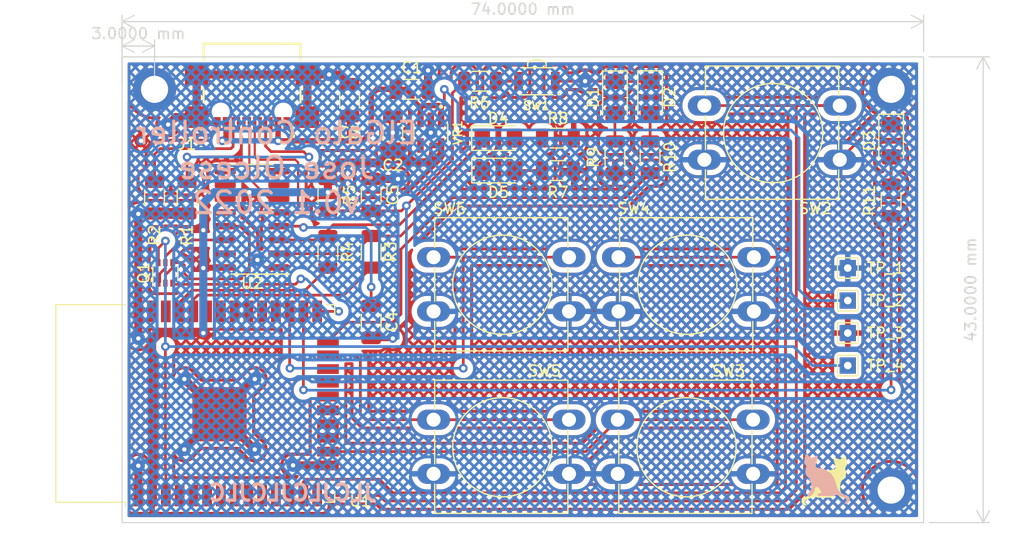
<source format=kicad_pcb>
(kicad_pcb (version 20211014) (generator pcbnew)
  (layers (0 "F.Cu" signal) (31 "B.Cu" signal) (34 "B.Paste" user) (35 "F.Paste" user) (36 "B.SilkS" user "B.Silkscreen") (37 "F.SilkS" user "F.Silkscreen") (38 "B.Mask" user) (39 "F.Mask" user) (44 "Edge.Cuts" user))
  (net 0 "")
  (net 1 "GND")
  (net 2 "+3.3V")
  (net 26 "/USB_DN")
  (net 27 "/USB_DP")
  (net 28 "+5V")
  (net 29 "Net-(U2-Pad4)")
  (net 36 "Net-(R1-Pad2)")
  (net 38 "Net-(R2-Pad1)")
  (net 43 "/EN")
  (net 44 "/IO0")
  (net 45 "Net-(U2-Pad2)")
  (net 46 "/RXD0")
  (net 47 "/TXD0")
  (net 48 "Net-(R6-Pad1)")
  (net 49 "Net-(U1-Pad14)")
  (net 50 "Net-(U1-Pad16)")
  (net 51 "Net-(U1-Pad13)")
  (net 52 "Net-(U1-Pad23)")
  (net 53 "Net-(U1-Pad27)")
  (net 54 "Net-(D1-Pad2)")
  (net 55 "Net-(R4-Pad1)")
  (net 56 "Net-(D2-Pad2)")
  (net 57 "Net-(Q1-Pad1)")
  (net 58 "Net-(Q1-Pad2)")
  (net 59 "Net-(D3-Pad2)")
  (net 60 "Net-(D4-Pad2)")
  (net 61 "Net-(U1-Pad24)")
  (net 62 "Net-(D5-Pad2)")
  (net 63 "Net-(U1-Pad26)")
  (footprint "TestPoint:TestPoint_THTPad_1.5x1.5mm_Drill0.7mm" (layer "F.Cu") (at 147 115.5)
    (fp_text reference "TP_3")
    (fp_text value "3.3")
  )
  (footprint "2022-08-28_16-25-05:SOT95P285X140-5N" (layer "F.Cu") (at 108.5 97 -90)
    (fp_text reference "VR1")
    (fp_text value "AP7366-33W5-7")
  )
  (footprint "Capacitor_SMD:C_1206_3216Metric" (layer "F.Cu") (at 105 97 90)
    (fp_text reference "C2")
    (fp_text value "1uF/25V")
  )
  (footprint "Resistor_SMD:R_1206_3216Metric" (layer "F.Cu") (at 151 103.25 -90)
    (fp_text reference "R11")
    (fp_text value "1K")
  )
  (footprint "LED_SMD:LED_1206_3216Metric_Pad1.42x1.75mm_HandSolder" (layer "F.Cu") (at 151 97.75 -90)
    (fp_text reference "D3")
    (fp_text value "LED")
  )
  (footprint "2022-08-28_16-25-05:SW_B3U-3000P" (layer "F.Cu") (at 118.3 92.25 180)
    (fp_text reference "SW1")
    (fp_text value "SW_SPST")
  )
  (footprint "Button_Switch_THT:SW_PUSH-12mm" (layer "F.Cu") (at 125.83 108.5)
    (fp_text reference "SW4")
    (fp_text value "SW_SPST")
  )
  (footprint "Resistor_SMD:R_1206_3216Metric" (layer "F.Cu") (at 86 103 90)
    (fp_text reference "R1")
    (fp_text value "5.1K")
  )
  (footprint "Resistor_SMD:R_1206_3216Metric" (layer "F.Cu") (at 99 102.75 90)
    (fp_text reference "R5")
    (fp_text value "10K")
  )
  (footprint "2022-08-28_16-25-05:GCT_USB4110-GF-A_REVB" (layer "F.Cu") (at 92 95.0625 180)
    (fp_text reference "J1")
    (fp_text value "USB4110-GF-A_REVB")
  )
  (footprint "Capacitor_SMD:C_1206_3216Metric" (layer "F.Cu") (at 106.75 93)
    (fp_text reference "C1")
    (fp_text value "1uF/25V")
  )
  (footprint "Button_Switch_THT:SW_PUSH-12mm" (layer "F.Cu") (at 108.76 123.5)
    (fp_text reference "SW5")
    (fp_text value "SW_SPST")
  )
  (footprint "Package_SO:SOIC-16_3.9x9.9mm_P1.27mm" (layer "F.Cu") (at 92 105 180)
    (fp_text reference "U2")
    (fp_text value "CH340C")
  )
  (footprint "Resistor_SMD:R_1206_3216Metric" (layer "F.Cu") (at 113.05 92.25 180)
    (fp_text reference "R6")
    (fp_text value "220R")
  )
  (footprint "Button_Switch_THT:SW_PUSH-12mm" (layer "F.Cu") (at 125.76 123.5)
    (fp_text reference "SW3")
    (fp_text value "SW_SPST")
  )
  (footprint "Button_Switch_THT:SW_PUSH-12mm" (layer "F.Cu") (at 108.76 108.5)
    (fp_text reference "SW6")
    (fp_text value "SW_SPST")
  )
  (footprint "TestPoint:TestPoint_THTPad_1.5x1.5mm_Drill0.7mm" (layer "F.Cu") (at 147 118.5)
    (fp_text reference "TP_4")
    (fp_text value "EN")
  )
  (footprint "Package_TO_SOT_SMD:SOT-363_SC-70-6" (layer "F.Cu") (at 84 109.95 90)
    (fp_text reference "Q1")
    (fp_text value "UMH3N")
  )
  (footprint "Resistor_SMD:R_1206_3216Metric" (layer "F.Cu") (at 128.75 99.275 -90)
    (fp_text reference "R10")
    (fp_text value "1K")
  )
  (footprint "Capacitor_SMD:C_1206_3216Metric" (layer "F.Cu") (at 103 102.75 90)
    (fp_text reference "C5")
    (fp_text value "1nF/25V")
  )
  (footprint "RF_Module:ESP32-WROOM-32" (layer "F.Cu") (at 89.755 122 90)
    (fp_text reference "U1")
    (fp_text value "ESP32-WROOM-32")
  )
  (footprint "LED_SMD:LED_1206_3216Metric_Pad1.42x1.75mm_HandSolder" (layer "F.Cu") (at 125.5 93.7625 -90)
    (fp_text reference "D1")
    (fp_text value "LED")
  )
  (footprint "Resistor_SMD:R_1206_3216Metric" (layer "F.Cu") (at 125.5 99.275 -90)
    (fp_text reference "R9")
    (fp_text value "1K")
  )
  (footprint "LED_SMD:LED_1206_3216Metric_Pad1.42x1.75mm_HandSolder" (layer "F.Cu") (at 114.75 100.5)
    (fp_text reference "D5")
    (fp_text value "LED")
  )
  (footprint "Capacitor_SMD:C_1206_3216Metric" (layer "F.Cu") (at 101 94 90)
    (fp_text reference "C3")
    (fp_text value "0.1uF/25V")
  )
  (footprint "Resistor_SMD:R_1206_3216Metric" (layer "F.Cu") (at 83 103 -90)
    (fp_text reference "R2")
    (fp_text value "5.1K")
  )
  (footprint "LED_SMD:LED_1206_3216Metric_Pad1.42x1.75mm_HandSolder" (layer "F.Cu") (at 128.75 93.75 -90)
    (fp_text reference "D2")
    (fp_text value "LED")
  )
  (footprint "TestPoint:TestPoint_THTPad_1.5x1.5mm_Drill0.7mm" (layer "F.Cu") (at 147 112.5)
    (fp_text reference "TP_2")
    (fp_text value "EN")
  )
  (footprint "TestPoint:TestPoint_THTPad_1.5x1.5mm_Drill0.7mm" (layer "F.Cu") (at 147 109.5)
    (fp_text reference "TP_1")
    (fp_text value "GND")
  )
  (footprint "Resistor_SMD:R_1206_3216Metric" (layer "F.Cu") (at 120.2375 100.5)
    (fp_text reference "R7")
    (fp_text value "1K")
  )
  (footprint "Resistor_SMD:R_1206_3216Metric" (layer "F.Cu") (at 99 108 -90)
    (fp_text reference "R4")
    (fp_text value "470R/1%")
  )
  (footprint "Button_Switch_THT:SW_PUSH-12mm" (layer "F.Cu") (at 133.76 94.5)
    (fp_text reference "SW2")
    (fp_text value "SW_SPST")
  )
  (footprint "Resistor_SMD:R_1206_3216Metric" (layer "F.Cu") (at 103 108 -90)
    (fp_text reference "R3")
    (fp_text value "470R/1%")
  )
  (footprint "Capacitor_SMD:C_1206_3216Metric" (layer "F.Cu") (at 103 114.475 -90)
    (fp_text reference "C4")
    (fp_text value "10nF")
  )
  (footprint "Resistor_SMD:R_1206_3216Metric" (layer "F.Cu") (at 120.2375 97.5)
    (fp_text reference "R8")
    (fp_text value "1K")
  )
  (footprint "LED_SMD:LED_1206_3216Metric_Pad1.42x1.75mm_HandSolder" (layer "F.Cu") (at 114.7375 97.5)
    (fp_text reference "D4")
    (fp_text value "LED")
  )
  (gr_poly (pts (xy 143.173927 126.706755) (xy 143.163699 126.708173) (xy 143.154124 126.71031) (xy 143.145176 126.713139) (xy 143.136833 126.716634) (xy 143.129069 126.720769) (xy 143.121861 126.725517) (xy 143.115185 126.730852) (xy 143.109015 126.736746) (xy 143.103329 126.743175) (xy 143.098101 126.750111) (xy 143.093309 126.757528) (xy 143.088926 126.7654) (xy 143.081297 126.782402) (xy 143.075019 126.800905) (xy 143.069899 126.820698) (xy 143.065745 126.84157) (xy 143.062363 126.863309) (xy 143.057139 126.908544) (xy 143.05268 126.954712) (xy 143.045931 127.017076) (xy 143.038621 127.074989) (xy 143.030746 127.129466) (xy 143.022298 127.181523) (xy 143.013272 127.232176) (xy 143.00366 127.282439) (xy 142.982659 127.385863) (xy 142.979398 127.404661) (xy 142.97759 127.422248) (xy 142.977146 127.438714) (xy 142.977979 127.454148) (xy 142.979999 127.468638) (xy 142.983118 127.482274) (xy 142.987247 127.495144) (xy 142.992299 127.507339) (xy 142.998184 127.518946) (xy 143.004814 127.530054) (xy 143.012101 127.540754) (xy 143.019956 127.551134) (xy 143.037015 127.571289) (xy 143.055285 127.591233) (xy 143.074057 127.611677) (xy 143.092623 127.633334) (xy 143.101608 127.64484) (xy 143.110276 127.656916) (xy 143.118538 127.669652) (xy 143.126306 127.683136) (xy 143.133492 127.697458) (xy 143.140007 127.712706) (xy 143.145762 127.72897) (xy 143.150669 127.746338) (xy 143.15464 127.7649) (xy 143.157586 127.784745) (xy 143.159419 127.805962) (xy 143.160049 127.828639) (xy 143.159228 127.862403) (xy 143.156908 127.893131) (xy 143.153304 127.921382) (xy 143.148628 127.947718) (xy 143.143096 127.972697) (xy 143.136922 127.99688) (xy 143.123503 128.045097) (xy 143.110083 128.09685) (xy 143.103909 128.125452) (xy 143.098377 128.156617) (xy 143.093702 128.190907) (xy 143.090097 128.22888) (xy 143.087777 128.271097) (xy 143.086956 128.318118) (xy 143.088532 128.365809) (xy 143.093126 128.409934) (xy 143.100536 128.450812) (xy 143.110561 128.488761) (xy 143.123 128.524099) (xy 143.137652 128.557144) (xy 143.154316 128.588215) (xy 143.172791 128.61763) (xy 143.214367 128.672765) (xy 143.260772 128.725095) (xy 143.361628 128.831524) (xy 143.41286 128.890715) (xy 143.462484 128.957286) (xy 143.486189 128.994134) (xy 143.508888 129.033783) (xy 143.53038 129.076549) (xy 143.550464 129.122751) (xy 143.568939 129.172708) (xy 143.585603 129.226737) (xy 143.600255 129.285157) (xy 143.612695 129.348287) (xy 143.62272 129.416444) (xy 143.63013 129.489947) (xy 143.634723 129.569114) (xy 143.636299 129.654264) (xy 143.634924 129.716533) (xy 143.630938 129.774472) (xy 143.624549 129.828289) (xy 143.615966 129.878195) (xy 143.605398 129.924401) (xy 143.593053 129.967115) (xy 143.57914 130.006548) (xy 143.563868 130.042911) (xy 143.547445 130.076413) (xy 143.53008 130.107265) (xy 143.511982 130.135676) (xy 143.493359 130.161856) (xy 143.47442 130.186017) (xy 143.455374 130.208367) (xy 143.417793 130.248477) (xy 143.350524 130.316218) (xy 143.336567 130.331779) (xy 143.324173 130.34721) (xy 143.313549 130.362722) (xy 143.304904 130.378525) (xy 143.298447 130.394828) (xy 143.294386 130.411842) (xy 143.29293 130.429777) (xy 143.294288 130.448843) (xy 143.298668 130.46925) (xy 143.306279 130.491208) (xy 143.31733 130.514928) (xy 143.332029 130.540618) (xy 143.344223 130.556656) (xy 143.358434 130.568975) (xy 143.374504 130.577731) (xy 143.392275 130.583076) (xy 143.411589 130.585165) (xy 143.432289 130.58415) (xy 143.454217 130.580186) (xy 143.477216 130.573425) (xy 143.501128 130.564023) (xy 143.525795 130.552131) (xy 143.55106 130.537905) (xy 143.576765 130.521497) (xy 143.628866 130.48275) (xy 143.680835 130.437121) (xy 143.731413 130.385838) (xy 143.779338 130.330129) (xy 143.82335 130.271224) (xy 143.862187 130.210352) (xy 143.879271 130.179562) (xy 143.894588 130.148741) (xy 143.907981 130.118042) (xy 143.919293 130.08762) (xy 143.928365 130.057627) (xy 143.935041 130.028218) (xy 143.939162 129.999546) (xy 143.94057 129.971764) (xy 143.940958 129.948455) (xy 143.942103 129.926568) (xy 143.943976 129.906057) (xy 143.946549 129.886878) (xy 143.949793 129.868986) (xy 143.95368 129.852337) (xy 143.958182 129.836885) (xy 143.963269 129.822587) (xy 143.968914 129.809397) (xy 143.975087 129.797271) (xy 143.98176 129.786164) (xy 143.988905 129.776031) (xy 143.996494 129.766828) (xy 144.004497 129.75851) (xy 144.012886 129.751033) (xy 144.021633 129.744352) (xy 144.03071 129.738421) (xy 144.040086 129.733197) (xy 144.049735 129.728634) (xy 144.059628 129.724689) (xy 144.069736 129.721316) (xy 144.08003 129.718471) (xy 144.101064 129.714184) (xy 144.122503 129.711473) (xy 144.144118 129.709978) (xy 144.165681 129.709344) (xy 144.186963 129.709211) (xy 144.199159 129.710387) (xy 144.211898 129.713835) (xy 144.225133 129.719438) (xy 144.238812 129.727075) (xy 144.252886 129.73663) (xy 144.267303 129.747982) (xy 144.296971 129.775608) (xy 144.327414 129.809005) (xy 144.358231 129.847223) (xy 144.389021 129.889315) (xy 144.419382 129.934332) (xy 144.448914 129.981326) (xy 144.477216 130.029348) (xy 144.503886 130.077449) (xy 144.528523 130.124682) (xy 144.550727 130.170097) (xy 144.570095 130.212747) (xy 144.586226 130.251683) (xy 144.598721 130.285957) (xy 144.536601 130.286482) (xy 144.481902 130.288183) (xy 144.434155 130.291248) (xy 144.41274 130.29335) (xy 144.392887 130.295864) (xy 144.374536 130.298812) (xy 144.357628 130.302219) (xy 144.342104 130.306107) (xy 144.327906 130.310501) (xy 144.314974 130.315423) (xy 144.30325 130.320898) (xy 144.292675 130.326948) (xy 144.28319 130.333597) (xy 144.274736 130.340869) (xy 144.267254 130.348787) (xy 144.260686 130.357374) (xy 144.254972 130.366654) (xy 144.250053 130.376651) (xy 144.245871 130.387388) (xy 144.242367 130.398888) (xy 144.239482 130.411176) (xy 144.237156 130.424273) (xy 144.235332 130.438204) (xy 144.232951 130.468663) (xy 144.231868 130.502738) (xy 144.231612 130.540618) (xy 145.726507 130.540618) (xy 145.759648 130.511585) (xy 145.790723 130.4876) (xy 145.820727 130.468624) (xy 145.85065 130.454617) (xy 145.881486 130.44554) (xy 145.914226 130.441353) (xy 145.949861 130.442016) (xy 145.989386 130.44749) (xy 146.033791 130.457734) (xy 146.084069 130.472708) (xy 146.141211 130.492374) (xy 146.206211 130.516692) (xy 146.564622 130.659681) (xy 146.62668 130.685747) (xy 146.68131 130.711541) (xy 146.728881 130.737042) (xy 146.769767 130.762228) (xy 146.804336 130.78708) (xy 146.832961 130.811575) (xy 146.856011 130.835694) (xy 146.873858 130.859415) (xy 146.886873 130.882718) (xy 146.895426 130.90558) (xy 146.899889 130.927982) (xy 146.900632 130.949903) (xy 146.898025 130.971321) (xy 146.892441 130.992216) (xy 146.88425 131.012567) (xy 146.873822 131.032353) (xy 146.861529 131.051552) (xy 146.847742 131.070145) (xy 146.817166 131.105425) (xy 146.754397 131.167782) (xy 146.728138 131.194524) (xy 146.709252 131.218084) (xy 146.703501 131.22862) (xy 146.700706 131.238297) (xy 146.701237 131.247095) (xy 146.705466 131.254993) (xy 146.712671 131.261689) (xy 146.721793 131.266915) (xy 146.732689 131.270707) (xy 146.745219 131.273098) (xy 146.759243 131.274124) (xy 146.77462 131.273818) (xy 146.791209 131.272215) (xy 146.80887 131.269349) (xy 146.827463 131.265255) (xy 146.846845 131.259966) (xy 146.866878 131.253517) (xy 146.88742 131.245944) (xy 146.908331 131.237279) (xy 146.92947 131.227557) (xy 146.950696 131.216813) (xy 146.971869 131.205081) (xy 146.992848 131.192395) (xy 147.013493 131.17879) (xy 147.033663 131.1643) (xy 147.053217 131.14896) (xy 147.072015 131.132803) (xy 147.089916 131.115865) (xy 147.106779 131.098179) (xy 147.122465 131.079779) (xy 147.136832 131.060701) (xy 147.149739 131.040979) (xy 147.161046 131.020646) (xy 147.170613 130.999738) (xy 147.178299 130.978288) (xy 147.183963 130.956332) (xy 147.187464 130.933902) (xy 147.188663 130.911035) (xy 147.187061 130.861845) (xy 147.182326 130.817145) (xy 147.17456 130.776614) (xy 147.163868 130.739931) (xy 147.150352 130.706776) (xy 147.134117 130.676826) (xy 147.115266 130.649761) (xy 147.093903 130.62526) (xy 147.070132 130.603003) (xy 147.044055 130.582667) (xy 147.015777 130.563932) (xy 146.985401 130.546476) (xy 146.918771 130.514121) (xy 146.844993 130.483034) (xy 146.67931 130.414387) (xy 146.589062 130.371691) (xy 146.494983 130.31999) (xy 146.446765 130.28996) (xy 146.3979 130.256715) (xy 146.348492 130.219934) (xy 146.298644 130.179297) (xy 146.248459 130.134483) (xy 146.198042 130.08517) (xy 146.147496 130.031037) (xy 146.096924 129.971764) (xy 146.068714 129.929825) (xy 146.043743 129.878363) (xy 146.021132 129.81816) (xy 146 129.75) (xy 145.912653 129.41341) (xy 145.885709 129.317186) (xy 145.854962 129.217695) (xy 145.819531 129.115719) (xy 145.778535 129.012039) (xy 145.731095 128.907439) (xy 145.676329 128.8027) (xy 145.613357 128.698603) (xy 145.541299 128.595931) (xy 145.502399 128.5465) (xy 145.462641 128.499848) (xy 145.422098 128.455885) (xy 145.380844 128.41452) (xy 145.338949 128.375666) (xy 145.296488 128.339231) (xy 145.253533 128.305127) (xy 145.210156 128.273263) (xy 145.166431 128.24355) (xy 145.122429 128.215899) (xy 145.033888 128.166422) (xy 144.945114 128.124115) (xy 144.85669 128.088261) (xy 144.769195 128.058144) (xy 144.683212 128.033045) (xy 144.599322 128.012249) (xy 144.518106 127.995037) (xy 144.366022 127.968501) (xy 144.231612 127.947701) (xy 144.202088 127.941877) (xy 144.175453 127.934374) (xy 144.151595 127.92526) (xy 144.130403 127.914605) (xy 144.111765 127.902479) (xy 144.095568 127.888951) (xy 144.081702 127.874091) (xy 144.070054 127.857968) (xy 144.060514 127.840653) (xy 144.052968 127.822214) (xy 144.047305 127.80272) (xy 144.043413 127.782243) (xy 144.041182 127.76085) (xy 144.040498 127.738612) (xy 144.04125 127.715597) (xy 144.043327 127.691877) (xy 144.051006 127.642595) (xy 144.062642 127.591321) (xy 144.07734 127.538613) (xy 144.094205 127.485026) (xy 144.165466 127.273014) (xy 144.175074 127.240014) (xy 144.183965 127.205783) (xy 144.192002 127.170732) (xy 144.19905 127.135275) (xy 144.204974 127.099823) (xy 144.209639 127.064789) (xy 144.212908 127.030585) (xy 144.214647 126.997625) (xy 144.21472 126.96632) (xy 144.212991 126.937082) (xy 144.211408 126.923368) (xy 144.209325 126.910326) (xy 144.206723 126.898006) (xy 144.203586 126.886462) (xy 144.199897 126.875743) (xy 144.19564 126.865903) (xy 144.190796 126.856992) (xy 144.18535 126.849062) (xy 144.179284 126.842165) (xy 144.172581 126.836351) (xy 144.165225 126.831674) (xy 144.157198 126.828183) (xy 144.148444 126.825991) (xy 144.139069 126.825162) (xy 144.129087 126.825608) (xy 144.11851 126.827241) (xy 144.095631 126.833712) (xy 144.070538 126.843867) (xy 144.043341 126.856998) (xy 144.014148 126.872395) (xy 143.950209 126.907158) (xy 143.915679 126.925106) (xy 143.879586 126.942487) (xy 143.84204 126.958593) (xy 143.803149 126.972715) (xy 143.763021 126.984146) (xy 143.742527 126.98863) (xy 143.721764 126.992176) (xy 143.700747 126.994695) (xy 143.679488 126.996097) (xy 143.658001 126.996296) (xy 143.636299 126.995201) (xy 143.614959 126.992725) (xy 143.594601 126.988905) (xy 143.575177 126.983834) (xy 143.556637 126.977604) (xy 143.538933 126.970306) (xy 143.522014 126.962033) (xy 143.505832 126.952876) (xy 143.490337 126.942929) (xy 143.475479 126.932283) (xy 143.461211 126.921029) (xy 143.447481 126.909261) (xy 143.434242 126.897069) (xy 143.409036 126.871786) (xy 143.385198 126.845915) (xy 143.340051 126.795359) (xy 143.317952 126.772145) (xy 143.306849 126.761377) (xy 143.295645 126.75129) (xy 143.284289 126.741977) (xy 143.272734 126.73353) (xy 143.260929 126.72604) (xy 143.248825 126.7196) (xy 143.236373 126.714303) (xy 143.223524 126.710239) (xy 143.210228 126.707501) (xy 143.196436 126.706182) (xy 143.184831 126.706083)) (layer "B.SilkS") (width 0.01) (fill solid))
  (gr_poly (pts (xy 146.744469 126.865236) (xy 146.754697 126.866654) (xy 146.764272 126.868791) (xy 146.77322 126.87162) (xy 146.781563 126.875115) (xy 146.789327 126.87925) (xy 146.796535 126.883998) (xy 146.803211 126.889333) (xy 146.809381 126.895227) (xy 146.815067 126.901656) (xy 146.820295 126.908592) (xy 146.825087 126.916009) (xy 146.82947 126.923881) (xy 146.837099 126.940883) (xy 146.843377 126.959386) (xy 146.848497 126.979179) (xy 146.852651 127.000051) (xy 146.856033 127.02179) (xy 146.861257 127.067025) (xy 146.865716 127.113193) (xy 146.872465 127.175557) (xy 146.879775 127.23347) (xy 146.88765 127.287947) (xy 146.896098 127.340004) (xy 146.905124 127.390657) (xy 146.914736 127.44092) (xy 146.935737 127.544344) (xy 146.938998 127.563142) (xy 146.940806 127.580729) (xy 146.94125 127.597195) (xy 146.940417 127.612629) (xy 146.938397 127.627119) (xy 146.935278 127.640755) (xy 146.931149 127.653625) (xy 146.926097 127.66582) (xy 146.920212 127.677427) (xy 146.913582 127.688535) (xy 146.906295 127.699235) (xy 146.89844 127.709615) (xy 146.881381 127.72977) (xy 146.863111 127.749714) (xy 146.844339 127.770158) (xy 146.825773 127.791815) (xy 146.816788 127.803321) (xy 146.80812 127.815397) (xy 146.799858 127.828133) (xy 146.79209 127.841617) (xy 146.784904 127.855939) (xy 146.778389 127.871187) (xy 146.772634 127.887451) (xy 146.767727 127.904819) (xy 146.763756 127.923381) (xy 146.76081 127.943226) (xy 146.758977 127.964443) (xy 146.758347 127.98712) (xy 146.759168 128.020884) (xy 146.761488 128.051612) (xy 146.765092 128.079863) (xy 146.769768 128.106199) (xy 146.7753 128.131178) (xy 146.781474 128.155361) (xy 146.794893 128.203578) (xy 146.808313 128.255331) (xy 146.814487 128.283933) (xy 146.820019 128.315098) (xy 146.824694 128.349388) (xy 146.828299 128.387361) (xy 146.830619 128.429578) (xy 146.83144 128.476599) (xy 146.829864 128.52429) (xy 146.82527 128.568415) (xy 146.81786 128.609293) (xy 146.807835 128.647242) (xy 146.795396 128.68258) (xy 146.780744 128.715625) (xy 146.76408 128.746696) (xy 146.745605 128.776111) (xy 146.704029 128.831246) (xy 146.657624 128.883576) (xy 146.556768 128.990005) (xy 146.505536 129.049196) (xy 146.455912 129.115767) (xy 146.432207 129.152615) (xy 146.409508 129.192264) (xy 146.388016 129.23503) (xy 146.367932 129.281232) (xy 146.349457 129.331189) (xy 146.332793 129.385218) (xy 146.318141 129.443638) (xy 146.305701 129.506768) (xy 146.295676 129.574925) (xy 146.288266 129.648428) (xy 146.283673 129.727595) (xy 146.282097 129.812745) (xy 146.283472 129.875014) (xy 146.287458 129.932953) (xy 146.293847 129.98677) (xy 146.30243 130.036676) (xy 146.312998 130.082882) (xy 146.325343 130.125596) (xy 146.339256 130.165029) (xy 146.354528 130.201392) (xy 146.370951 130.234894) (xy 146.388316 130.265746) (xy 146.406414 130.294157) (xy 146.425037 130.320337) (xy 146.443976 130.344498) (xy 146.463022 130.366848) (xy 146.500603 130.406958) (xy 146.567872 130.474699) (xy 146.581829 130.49026) (xy 146.594223 130.505691) (xy 146.604847 130.521203) (xy 146.613492 130.537006) (xy 146.619949 130.553309) (xy 146.62401 130.570323) (xy 146.625466 130.588258) (xy 146.624108 130.607324) (xy 146.619728 130.627731) (xy 146.612117 130.649689) (xy 146.601066 130.673409) (xy 146.586367 130.699099) (xy 146.574173 130.715137) (xy 146.559962 130.727456) (xy 146.543892 130.736212) (xy 146.526121 130.741557) (xy 146.506807 130.743646) (xy 146.486107 130.742631) (xy 146.464179 130.738667) (xy 146.44118 130.731906) (xy 146.417268 130.722504) (xy 146.392601 130.710612) (xy 146.367336 130.696386) (xy 146.341631 130.679978) (xy 146.28953 130.641231) (xy 146.237561 130.595602) (xy 146.186983 130.544319) (xy 146.139058 130.48861) (xy 146.095046 130.429705) (xy 146.056209 130.368833) (xy 146.039125 130.338043) (xy 146.023808 130.307222) (xy 146.010415 130.276523) (xy 145.999103 130.246101) (xy 145.990031 130.216108) (xy 145.983355 130.186699) (xy 145.979234 130.158027) (xy 145.977826 130.130245) (xy 145.977438 130.106936) (xy 145.976293 130.085049) (xy 145.97442 130.064538) (xy 145.971847 130.045359) (xy 145.968603 130.027467) (xy 145.964716 130.010818) (xy 145.960214 129.995366) (xy 145.955127 129.981068) (xy 145.949482 129.967878) (xy 145.943309 129.955752) (xy 145.936636 129.944645) (xy 145.929491 129.934512) (xy 145.921902 129.925309) (xy 145.913899 129.916991) (xy 145.90551 129.909514) (xy 145.896763 129.902833) (xy 145.887686 129.896902) (xy 145.87831 129.891678) (xy 145.868661 129.887115) (xy 145.858768 129.88317) (xy 145.84866 129.879797) (xy 145.838366 129.876952) (xy 145.817332 129.872665) (xy 145.795893 129.869954) (xy 145.774278 129.868459) (xy 145.752715 129.867825) (xy 145.731433 129.867692) (xy 145.719237 129.868868) (xy 145.706498 129.872316) (xy 145.693263 129.877919) (xy 145.679584 129.885556) (xy 145.66551 129.895111) (xy 145.651093 129.906463) (xy 145.621425 129.934089) (xy 145.590982 129.967486) (xy 145.560165 130.005704) (xy 145.529375 130.047796) (xy 145.499014 130.092813) (xy 145.469482 130.139807) (xy 145.44118 130.187829) (xy 145.41451 130.23593) (xy 145.389873 130.283163) (xy 145.367669 130.328578) (xy 145.348301 130.371228) (xy 145.33217 130.410164) (xy 145.319675 130.444438) (xy 145.381795 130.444963) (xy 145.436494 130.446664) (xy 145.484241 130.449729) (xy 145.505656 130.451831) (xy 145.525509 130.454345) (xy 145.54386 130.457293) (xy 145.560768 130.4607) (xy 145.576292 130.464588) (xy 145.59049 130.468982) (xy 145.603422 130.473904) (xy 145.615146 130.479379) (xy 145.625721 130.485429) (xy 145.635206 130.492078) (xy 145.64366 130.49935) (xy 145.651142 130.507268) (xy 145.65771 130.515855) (xy 145.663424 130.525135) (xy 145.668343 130.535132) (xy 145.672525 130.545869) (xy 145.676029 130.557369) (xy 145.678914 130.569657) (xy 145.68124 130.582754) (xy 145.683064 130.596685) (xy 145.685445 130.627144) (xy 145.686528 130.661219) (xy 145.686784 130.699099) (xy 144.191889 130.699099) (xy 144.158748 130.670066) (xy 144.127673 130.646081) (xy 144.097669 130.627105) (xy 144.067746 130.613098) (xy 144.03691 130.604021) (xy 144.00417 130.599834) (xy 143.968535 130.600497) (xy 143.92901 130.605971) (xy 143.884605 130.616215) (xy 143.834327 130.631189) (xy 143.777185 130.650855) (xy 143.712185 130.675173) (xy 143.353774 130.818162) (xy 143.291716 130.844228) (xy 143.237086 130.870022) (xy 143.189515 130.895523) (xy 143.148629 130.920709) (xy 143.11406 130.945561) (xy 143.085435 130.970056) (xy 143.062385 130.994175) (xy 143.044538 131.017896) (xy 143.031523 131.041199) (xy 143.02297 131.064061) (xy 143.018507 131.086463) (xy 143.017764 131.108384) (xy 143.020371 131.129802) (xy 143.025955 131.150697) (xy 143.034146 131.171048) (xy 143.044574 131.190834) (xy 143.056867 131.210033) (xy 143.070654 131.228626) (xy 143.10123 131.263906) (xy 143.163999 131.326263) (xy 143.190258 131.353005) (xy 143.209144 131.376565) (xy 143.214895 131.387101) (xy 143.21769 131.396778) (xy 143.217159 131.405576) (xy 143.21293 131.413474) (xy 143.205725 131.42017) (xy 143.196603 131.425396) (xy 143.185707 131.429188) (xy 143.173177 131.431579) (xy 143.159153 131.432605) (xy 143.143776 131.432299) (xy 143.127187 131.430696) (xy 143.109526 131.42783) (xy 143.090933 131.423736) (xy 143.071551 131.418447) (xy 143.051518 131.411998) (xy 143.030976 131.404425) (xy 143.010065 131.39576) (xy 142.988926 131.386038) (xy 142.9677 131.375294) (xy 142.946527 131.363562) (xy 142.925548 131.350876) (xy 142.904903 131.337271) (xy 142.884733 131.322781) (xy 142.865179 131.307441) (xy 142.846381 131.291284) (xy 142.82848 131.274346) (xy 142.811617 131.25666) (xy 142.795931 131.23826) (xy 142.781564 131.219182) (xy 142.768657 131.19946) (xy 142.75735 131.179127) (xy 142.747783 131.158219) (xy 142.740097 131.136769) (xy 142.734433 131.114813) (xy 142.730932 131.092383) (xy 142.729733 131.069516) (xy 142.731335 131.020326) (xy 142.73607 130.975626) (xy 142.743836 130.935095) (xy 142.754528 130.898412) (xy 142.768044 130.865257) (xy 142.784279 130.835307) (xy 142.80313 130.808242) (xy 142.824493 130.783741) (xy 142.848264 130.761484) (xy 142.874341 130.741148) (xy 142.902619 130.722413) (xy 142.932995 130.704957) (xy 142.999625 130.672602) (xy 143.073403 130.641515) (xy 143.239086 130.572868) (xy 143.329334 130.530172) (xy 143.423413 130.478471) (xy 143.471631 130.448441) (xy 143.520496 130.415196) (xy 143.569904 130.378415) (xy 143.619752 130.337778) (xy 143.669937 130.292964) (xy 143.720354 130.243651) (xy 143.7709 130.189518) (xy 143.821472 130.130245) (xy 143.849682 130.088306) (xy 143.874653 130.036844) (xy 143.897264 129.976641) (xy 143.918396 129.908481) (xy 144.005743 129.571891) (xy 144.032687 129.475667) (xy 144.063434 129.376176) (xy 144.098865 129.2742) (xy 144.139861 129.17052) (xy 144.187301 129.06592) (xy 144.242067 128.961181) (xy 144.305039 128.857084) (xy 144.377097 128.754412) (xy 144.415997 128.704981) (xy 144.455755 128.658329) (xy 144.496298 128.614366) (xy 144.537552 128.573001) (xy 144.579447 128.534147) (xy 144.621908 128.497712) (xy 144.664863 128.463608) (xy 144.70824 128.431744) (xy 144.751965 128.402031) (xy 144.795967 128.37438) (xy 144.884508 128.324903) (xy 144.973282 128.282596) (xy 145.061706 128.246742) (xy 145.149201 128.216625) (xy 145.235184 128.191526) (xy 145.319074 128.17073) (xy 145.40029 128.153518) (xy 145.552374 128.126982) (xy 145.686784 128.106182) (xy 145.716308 128.100358) (xy 145.742943 128.092855) (xy 145.766801 128.083741) (xy 145.787993 128.073086) (xy 145.806631 128.06096) (xy 145.822828 128.047432) (xy 145.836694 128.032572) (xy 145.848342 128.016449) (xy 145.857882 127.999134) (xy 145.865428 127.980695) (xy 145.871091 127.961201) (xy 145.874983 127.940724) (xy 145.877214 127.919331) (xy 145.877898 127.897093) (xy 145.877146 127.874078) (xy 145.875069 127.850358) (xy 145.86739 127.801076) (xy 145.855754 127.749802) (xy 145.841056 127.697094) (xy 145.824191 127.643507) (xy 145.75293 127.431495) (xy 145.743322 127.398495) (xy 145.734431 127.364264) (xy 145.726394 127.329213) (xy 145.719346 127.293756) (xy 145.713422 127.258304) (xy 145.708757 127.22327) (xy 145.705488 127.189066) (xy 145.703749 127.156106) (xy 145.703676 127.124801) (xy 145.705405 127.095563) (xy 145.706988 127.081849) (xy 145.709071 127.068807) (xy 145.711673 127.056487) (xy 145.71481 127.044943) (xy 145.718499 127.034224) (xy 145.722756 127.024384) (xy 145.7276 127.015473) (xy 145.733046 127.007543) (xy 145.739112 127.000646) (xy 145.745815 126.994832) (xy 145.753171 126.990155) (xy 145.761198 126.986664) (xy 145.769952 126.984472) (xy 145.779327 126.983643) (xy 145.789309 126.984089) (xy 145.799886 126.985722) (xy 145.822765 126.992193) (xy 145.847858 127.002348) (xy 145.875055 127.015479) (xy 145.904248 127.030876) (xy 145.968187 127.065639) (xy 146.002717 127.083587) (xy 146.03881 127.100968) (xy 146.076356 127.117074) (xy 146.115247 127.131196) (xy 146.155375 127.142627) (xy 146.175869 127.147111) (xy 146.196632 127.150657) (xy 146.217649 127.153176) (xy 146.238908 127.154578) (xy 146.260395 127.154777) (xy 146.282097 127.153682) (xy 146.303437 127.151206) (xy 146.323795 127.147386) (xy 146.343219 127.142315) (xy 146.361759 127.136085) (xy 146.379463 127.128787) (xy 146.396382 127.120514) (xy 146.412564 127.111357) (xy 146.428059 127.10141) (xy 146.442917 127.090764) (xy 146.457185 127.07951) (xy 146.470915 127.067742) (xy 146.484154 127.05555) (xy 146.50936 127.030267) (xy 146.533198 127.004396) (xy 146.578345 126.95384) (xy 146.600444 126.930626) (xy 146.611547 126.919858) (xy 146.622751 126.909771) (xy 146.634107 126.900458) (xy 146.645662 126.892011) (xy 146.657467 126.884521) (xy 146.669571 126.878081) (xy 146.682023 126.872784) (xy 146.694872 126.86872) (xy 146.708168 126.865982) (xy 146.72196 126.864663) (xy 146.733565 126.864564)) (layer "F.SilkS") (width 0.01) (fill solid))
  (gr_line (start 154 90) (end 154 133) (layer "Edge.Cuts") (width 0.1))
  (gr_line (start 80 133) (end 80 90) (layer "Edge.Cuts") (width 0.1))
  (gr_line (start 80 90) (end 154 90) (layer "Edge.Cuts") (width 0.1))
  (gr_line (start 154 133) (end 80 133) (layer "Edge.Cuts") (width 0.1))
  (gr_text "JLCJLCJLCJLC" (at 95.75 130.25) (layer "B.SilkS") (effects (font (size 1.5 1.5) (thickness 0.3)) (justify mirror)))
  (gr_text "ElGato Controller\nJose Olcese\nv0.1 2022" (at 94.25 100.25) (layer "B.SilkS") (effects (font (size 2 2) (thickness 0.3)) (justify mirror)))
  (dimension (type aligned) (layer "Edge.Cuts") (pts (xy 154 133) (xy 154 90)) (height 5.5) (gr_text "43.0000 mm" (at 158.35 111.5 90) (layer "Edge.Cuts") (effects (font (size 1 1) (thickness 0.15)))) (format (units 3) (units_format 1) (precision 4)) (style (thickness 0.1) (arrow_length 1.27) (text_position_mode 0) (extension_height 0.58642) (extension_offset 0.5) keep_text_aligned))
  (dimension (type aligned) (layer "Edge.Cuts") (pts (xy 83 93) (xy 80 93)) (height 4) (gr_text "3.0000 mm" (at 81.5 87.85) (layer "Edge.Cuts") (effects (font (size 1 1) (thickness 0.15)))) (format (units 3) (units_format 1) (precision 4)) (style (thickness 0.1) (arrow_length 1.27) (text_position_mode 0) (extension_height 0.58642) (extension_offset 0.5) keep_text_aligned))
  (dimension (type aligned) (layer "Edge.Cuts") (pts (xy 80 90) (xy 154 90)) (height -3.25) (gr_text "74.0000 mm" (at 117 85.6) (layer "Edge.Cuts") (effects (font (size 1 1) (thickness 0.15)))) (format (units 3) (units_format 1) (precision 4)) (style (thickness 0.1) (arrow_length 1.27) (text_position_mode 0) (extension_height 0.58642) (extension_offset 0.5) keep_text_aligned))
  (segment (start 81.5375 104.4625) (end 83 104.4625) (width 0.75) (layer "F.Cu") (net 1))
  (segment (start 151 96.2625) (end 149.4975 96.2625) (width 0.25) (layer "F.Cu") (net 1))
  (segment (start 88.8 96.1375) (end 87.465 96.1375) (width 0.5) (layer "F.Cu") (net 1))
  (segment (start 84.9375 95.5625) (end 86.89 95.5625) (width 0.75) (layer "F.Cu") (net 1))
  (segment (start 107.975 127.715) (end 108.76 128.5) (width 0.25) (layer "F.Cu") (net 1))
  (segment (start 87.465 96.1375) (end 86.89 95.5625) (width 0.25) (layer "F.Cu") (net 1))
  (segment (start 125.475 92.25) (end 125.5 92.275) (width 0.25) (layer "F.Cu") (net 1))
  (segment (start 81.5 113.5) (end 81.5 116) (width 0.75) (layer "F.Cu") (net 1))
  (segment (start 89 123) (end 92.25 119.75) (width 0.75) (layer "F.Cu") (net 1))
  (segment (start 94.475 109.445) (end 93.195 109.445) (width 0.25) (layer "F.Cu") (net 1))
  (segment (start 103 101.275) (end 105.475 101.275) (width 0.75) (layer "F.Cu") (net 1))
  (segment (start 128.7375 92.275) (end 128.75 92.2625) (width 0.25) (layer "F.Cu") (net 1))
  (segment (start 108.5 95.815) (end 108.5 97) (width 0.5) (layer "F.Cu") (net 1))
  (segment (start 97.11 91.6325) (end 99.1175 91.6325) (width 0.75) (layer "F.Cu") (net 1))
  (segment (start 149.4975 96.2625) (end 146.26 99.5) (width 0.25) (layer "F.Cu") (net 1))
  (segment (start 100.1075 91.6325) (end 101 92.525) (width 0.75) (layer "F.Cu") (net 1))
  (segment (start 97.11 91.6325) (end 86.89 91.6325) (width 0.75) (layer "F.Cu") (net 1))
  (segment (start 122.75 92.25) (end 125.475 92.25) (width 0.25) (layer "F.Cu") (net 1))
  (segment (start 81.5 130.5) (end 81.5 127.75) (width 0.75) (layer "F.Cu") (net 1))
  (segment (start 89 123) (end 85.75 119.75) (width 0.75) (layer "F.Cu") (net 1))
  (segment (start 97.11 91.6325) (end 97.11 95.5625) (width 0.75) (layer "F.Cu") (net 1))
  (segment (start 86.89 91.6325) (end 86.89 95.5625) (width 0.75) (layer "F.Cu") (net 1))
  (segment (start 81.5 113.5) (end 81.5 104.5) (width 0.75) (layer "F.Cu") (net 1))
  (segment (start 99.1175 91.6325) (end 100.1075 91.6325) (width 0.75) (layer "F.Cu") (net 1))
  (segment (start 103.05 116) (end 103 115.95) (width 0.25) (layer "F.Cu") (net 1))
  (segment (start 120 92.25) (end 122.75 92.25) (width 0.25) (layer "F.Cu") (net 1))
  (segment (start 81.5 104.5) (end 81.5375 104.4625) (width 0.75) (layer "F.Cu") (net 1))
  (segment (start 83 104.4625) (end 86 104.4625) (width 1) (layer "F.Cu") (net 1))
  (segment (start 108.25 93) (end 108.25 91.25) (width 0.75) (layer "F.Cu") (net 1))
  (segment (start 96.535 96.1375) (end 97.11 95.5625) (width 0.25) (layer "F.Cu") (net 1))
  (segment (start 99.01 127.715) (end 95.785 127.715) (width 0.75) (layer "F.Cu") (net 1))
  (segment (start 125.5 92.275) (end 128.7375 92.275) (width 0.25) (layer "F.Cu") (net 1))
  (segment (start 89 123) (end 92.25 126.25) (width 0.75) (layer "F.Cu") (net 1))
  (segment (start 105 95.525) (end 105 97) (width 0.75) (layer "F.Cu") (net 1))
  (segment (start 89 123) (end 85.75 126.25) (width 0.75) (layer "F.Cu") (net 1))
  (segment (start 93.195 109.445) (end 92.5 108.75) (width 0.25) (layer "F.Cu") (net 1))
  (segment (start 84.25 96.25) (end 84.9375 95.5625) (width 0.75) (layer "F.Cu") (net 1))
  (segment (start 95.2 96.1375) (end 96.535 96.1375) (width 0.5) (layer "F.Cu") (net 1))
  (segment (start 105 116) (end 103.05 116) (width 0.5) (layer "F.Cu") (net 1))
  (via (at 81.5 127.75) (size 0.8) (drill 0.4) (layers "F.Cu" "B.Cu") (net 1))
  (via (at 105.475 101.275) (size 0.8) (drill 0.4) (layers "F.Cu" "B.Cu") (net 1))
  (via (at 92.25 119.75) (size 0.8) (drill 0.4) (layers "F.Cu" "B.Cu") (net 1))
  (via (at 108.25 91.25) (size 0.8) (drill 0.4) (layers "F.Cu" "B.Cu") (net 1))
  (via (at 151 93) (size 4) (drill 2.5) (layers "F.Cu" "B.Cu") (net 1))
  (via (at 84.25 96.25) (size 0.8) (drill 0.4) (layers "F.Cu" "B.Cu") (net 1))
  (via (at 108.5 97) (size 0.8) (drill 0.4) (layers "F.Cu" "B.Cu") (net 1))
  (via (at 95.785 127.715) (size 0.8) (drill 0.4) (layers "F.Cu" "B.Cu") (net 1))
  (via (at 81.5 116) (size 0.8) (drill 0.4) (layers "F.Cu" "B.Cu") (net 1))
  (via (at 99.1175 91.6325) (size 0.8) (drill 0.4) (layers "F.Cu" "B.Cu") (net 1))
  (via (at 105 116) (size 0.8) (drill 0.4) (layers "F.Cu" "B.Cu") (net 1))
  (via (at 92.25 126.25) (size 0.8) (drill 0.4) (layers "F.Cu" "B.Cu") (net 1))
  (via (at 151 130) (size 4) (drill 2.5) (layers "F.Cu" "B.Cu") (net 1))
  (via (at 105 97) (size 0.8) (drill 0.4) (layers "F.Cu" "B.Cu") (net 1))
  (via (at 122.75 92.25) (size 0.8) (drill 0.4) (layers "F.Cu" "B.Cu") (net 1))
  (via (at 92.5 108.75) (size 0.8) (drill 0.4) (layers "F.Cu" "B.Cu") (net 1))
  (via (at 85.75 119.75) (size 0.8) (drill 0.4) (layers "F.Cu" "B.Cu") (net 1))
  (via (at 83 93) (size 4) (drill 2.5) (layers "F.Cu" "B.Cu") (net 1))
  (via (at 81.5 104.5) (size 0.8) (drill 0.4) (layers "F.Cu" "B.Cu") (net 1))
  (via (at 85.75 126.25) (size 0.8) (drill 0.4) (layers "F.Cu" "B.Cu") (net 1))
  (segment (start 95.75 127.75) (end 95.785 127.715) (width 0.25) (layer "B.Cu") (net 1))
  (segment (start 108.76 128.5) (end 107.75 128.5) (width 0.25) (layer "B.Cu") (net 1))
  (segment (start 99 101.2875) (end 99 102.5) (width 0.75) (layer "F.Cu") (net 2))
  (segment (start 103.725 99.75) (end 105 98.475) (width 0.75) (layer "F.Cu") (net 2))
  (segment (start 83.5 115.5) (end 82.77 116.23) (width 0.75) (layer "F.Cu") (net 2))
  (segment (start 82.77 116.23) (end 82.77 130.5) (width 0.75) (layer "F.Cu") (net 2))
  (segment (start 89.58 109.5) (end 87.5 109.5) (width 0.5) (layer "F.Cu") (net 2))
  (segment (start 105 98.5) (end 106.25 99.75) (width 0.75) (layer "F.Cu") (net 2))
  (segment (start 99 101.2875) (end 99 101) (width 0.25) (layer "F.Cu") (net 2))
  (segment locked (start 89.58 109.5) (end 89.525 109.445) (width 0.25) (layer "F.Cu") (net 2))
  (segment (start 106.25 99.75) (end 108.75 99.75) (width 0.75) (layer "F.Cu") (net 2))
  (segment (start 100.25 99.75) (end 103.725 99.75) (width 0.75) (layer "F.Cu") (net 2))
  (segment (start 105 98.475) (end 105 98.5) (width 0.75) (layer "F.Cu") (net 2))
  (segment (start 87.5 115.5) (end 83.5 115.5) (width 0.75) (layer "F.Cu") (net 2))
  (segment (start 99 101) (end 100.25 99.75) (width 0.75) (layer "F.Cu") (net 2))
  (segment (start 109.45 98.185) (end 109.45 99.05) (width 0.5) (layer "F.Cu") (net 2))
  (segment (start 109.45 99.05) (end 108.75 99.75) (width 0.75) (layer "F.Cu") (net 2))
  (via (at 87.5 115.5) (size 0.8) (drill 0.4) (layers "F.Cu" "B.Cu") (net 2))
  (via (at 99 102.5) (size 0.8) (drill 0.4) (layers "F.Cu" "B.Cu") (net 2))
  (via (at 87.5 106) (size 0.8) (drill 0.4) (layers "F.Cu" "B.Cu") (net 2))
  (via (at 91.75 102.5) (size 0.8) (drill 0.4) (layers "F.Cu" "B.Cu") (net 2))
  (via (at 81.75 97.75) (size 0.8) (drill 0.4) (layers "F.Cu" "B.Cu") (net 2))
  (via (at 87.5 109.5) (size 0.8) (drill 0.4) (layers "F.Cu" "B.Cu") (net 2))
  (segment (start 87.5 103.5) (end 87.5 106) (width 0.75) (layer "B.Cu") (net 2))
  (segment (start 88.5 102.5) (end 91.75 102.5) (width 0.75) (layer "B.Cu") (net 2))
  (segment (start 87.5 106) (end 87.5 115.5) (width 0.75) (layer "B.Cu") (net 2))
  (segment (start 91.75 102.5) (end 99 102.5) (width 0.75) (layer "B.Cu") (net 2))
  (segment (start 87.5 103.5) (end 88.5 102.5) (width 0.75) (layer "B.Cu") (net 2))
  (segment (start 91.75 101.25) (end 93.595 103.095) (width 0.2) (layer "F.Cu") (net 26))
  (segment (start 91.75 96.1375) (end 91.75 101.25) (width 0.2) (layer "F.Cu") (net 26))
  (segment (start 93.595 103.095) (end 94.475 103.095) (width 0.2) (layer "F.Cu") (net 26))
  (segment (start 92.5 99.5) (end 92.25 99.25) (width 0.2) (layer "F.Cu") (net 27))
  (segment (start 96 99.5) (end 92.5 99.5) (width 0.2) (layer "F.Cu") (net 27))
  (segment (start 92.25 99.25) (end 92.25 96.1375) (width 0.2) (layer "F.Cu") (net 27))
  (segment (start 94.475 104.365) (end 95.885 104.365) (width 0.2) (layer "F.Cu") (net 27))
  (segment (start 96.25 104) (end 96.25 99.75) (width 0.2) (layer "F.Cu") (net 27))
  (segment (start 96.25 99.75) (end 96 99.5) (width 0.2) (layer "F.Cu") (net 27))
  (segment (start 95.885 104.365) (end 96.25 104) (width 0.2) (layer "F.Cu") (net 27))
  (segment (start 89.6 97.4005) (end 89.6 96.1375) (width 0.5) (layer "F.Cu") (net 28))
  (segment (start 106.75 93.5) (end 106.75 93.9) (width 0.5) (layer "F.Cu") (net 28))
  (segment (start 89.25 97.7505) (end 89.6 97.4005) (width 0.5) (layer "F.Cu") (net 28))
  (segment (start 103.525 93) (end 103.525 93.025) (width 0.25) (layer "F.Cu") (net 28))
  (segment (start 107.75 94.5) (end 109.25 94.5) (width 0.5) (layer "F.Cu") (net 28))
  (segment (start 106.25 93) (end 106.75 93.5) (width 0.5) (layer "F.Cu") (net 28))
  (segment (start 107.55 94.7) (end 107.75 94.5) (width 0.5) (layer "F.Cu") (net 28))
  (segment (start 109.45 94.7) (end 109.45 95.815) (width 0.5) (layer "F.Cu") (net 28))
  (segment (start 105.275 93) (end 105.275 92.775) (width 0.5) (layer "F.Cu") (net 28))
  (segment (start 94.4 96.1375) (end 94.4 97.75) (width 0.5) (layer "F.Cu") (net 28))
  (segment (start 103 93.525) (end 103.525 93) (width 0.5) (layer "F.Cu") (net 28))
  (segment (start 109.25 94.5) (end 109.45 94.7) (width 0.5) (layer "F.Cu") (net 28))
  (segment (start 101 97.75) (end 94.4 97.75) (width 0.5) (layer "F.Cu") (net 28))
  (segment (start 106.75 93.9) (end 107.55 94.7) (width 0.5) (layer "F.Cu") (net 28))
  (segment (start 101 95.475) (end 101 97.75) (width 0.5) (layer "F.Cu") (net 28))
  (segment (start 103.525 93) (end 105.275 93) (width 0.5) (layer "F.Cu") (net 28))
  (segment (start 105.275 93) (end 106.25 93) (width 0.5) (layer "F.Cu") (net 28))
  (segment (start 107.55 95.815) (end 107.55 94.7) (width 0.5) (layer "F.Cu") (net 28))
  (segment (start 103 97) (end 103 93.525) (width 0.5) (layer "F.Cu") (net 28))
  (segment (start 101 97.75) (end 102.25 97.75) (width 0.5) (layer "F.Cu") (net 28))
  (segment (start 109.75 93) (end 109.75 94.4) (width 0.25) (layer "F.Cu") (net 28))
  (segment (start 102.25 97.75) (end 103 97) (width 0.5) (layer "F.Cu") (net 28))
  (segment (start 109.75 94.4) (end 109.45 94.7) (width 0.25) (layer "F.Cu") (net 28))
  (via (at 109.75 93) (size 0.8) (drill 0.4) (layers "F.Cu" "B.Cu") (net 28))
  (via (at 89.25 97.7505) (size 0.8) (drill 0.4) (layers "F.Cu" "B.Cu") (net 28))
  (via (at 94.4 97.75) (size 0.8) (drill 0.4) (layers "F.Cu" "B.Cu") (net 28))
  (segment (start 111 94.25) (end 111 96.25) (width 0.25) (layer "B.Cu") (net 28))
  (segment (start 111 96.25) (end 111.5 96.75) (width 0.25) (layer "B.Cu") (net 28))
  (segment (start 94.4 97.75) (end 89.2505 97.75) (width 0.5) (layer "B.Cu") (net 28))
  (segment (start 111.5 96.75) (end 141.75 96.75) (width 0.25) (layer "B.Cu") (net 28))
  (segment (start 109.75 93) (end 111 94.25) (width 0.25) (layer "B.Cu") (net 28))
  (segment (start 142.5 111.5) (end 143.5 112.5) (width 0.25) (layer "B.Cu") (net 28))
  (segment (start 143.5 112.5) (end 147 112.5) (width 0.25) (layer "B.Cu") (net 28))
  (segment (start 141.75 96.75) (end 142.5 97.5) (width 0.25) (layer "B.Cu") (net 28))
  (segment (start 89.2505 97.75) (end 89.25 97.7505) (width 0.25) (layer "B.Cu") (net 28))
  (segment (start 142.5 97.5) (end 142.5 111.5) (width 0.25) (layer "B.Cu") (net 28))
  (segment (start 96.635 105.635) (end 96.75 105.75) (width 0.25) (layer "F.Cu") (net 29))
  (segment (start 103 113) (end 103 111.25) (width 0.25) (layer "F.Cu") (net 29))
  (segment (start 94.475 105.635) (end 96.635 105.635) (width 0.25) (layer "F.Cu") (net 29))
  (via (at 96.75 105.75) (size 0.8) (drill 0.4) (layers "F.Cu" "B.Cu") (net 29))
  (via (at 103 111.25) (size 0.8) (drill 0.4) (layers "F.Cu" "B.Cu") (net 29))
  (segment (start 103 106.25) (end 103 111.25) (width 0.25) (layer "B.Cu") (net 29))
  (segment (start 96.75 105.75) (end 102.5 105.75) (width 0.25) (layer "B.Cu") (net 29))
  (segment (start 102.5 105.75) (end 103 106.25) (width 0.25) (layer "B.Cu") (net 29))
  (segment (start 96.75 98.75) (end 93.75 98.75) (width 0.25) (layer "F.Cu") (net 36))
  (segment (start 97.25 99.25) (end 96.75 98.75) (width 0.25) (layer "F.Cu") (net 36))
  (segment (start 93.75 98.75) (end 93.25 98.25) (width 0.25) (layer "F.Cu") (net 36))
  (segment (start 86 101.5375) (end 86 99.25) (width 0.25) (layer "F.Cu") (net 36))
  (segment (start 93.25 98.25) (end 93.25 96.1375) (width 0.25) (layer "F.Cu") (net 36))
  (via (at 86 99.25) (size 0.8) (drill 0.4) (layers "F.Cu" "B.Cu") (net 36))
  (via (at 97.25 99.25) (size 0.8) (drill 0.4) (layers "F.Cu" "B.Cu") (net 36))
  (segment (start 97.25 99.25) (end 86 99.25) (width 0.25) (layer "B.Cu") (net 36))
  (segment (start 83 101.5375) (end 83 99) (width 0.25) (layer "F.Cu") (net 38))
  (segment (start 83 99) (end 83.525 98.475) (width 0.25) (layer "F.Cu") (net 38))
  (segment (start 83.525 98.475) (end 90.050305 98.475) (width 0.25) (layer "F.Cu") (net 38))
  (segment (start 90.25 98.275305) (end 90.25 96.1375) (width 0.25) (layer "F.Cu") (net 38))
  (segment (start 90.050305 98.475) (end 90.25 98.275305) (width 0.25) (layer "F.Cu") (net 38))
  (segment (start 106.25 103.75) (end 105.775 104.225) (width 0.25) (layer "F.Cu") (net 43))
  (segment (start 99 104.2125) (end 102.9875 104.2125) (width 0.25) (layer "F.Cu") (net 43))
  (segment (start 84 128.5) (end 84.04 128.54) (width 0.25) (layer "F.Cu") (net 43))
  (segment (start 102.9875 104.2125) (end 103 104.225) (width 0.25) (layer "F.Cu") (net 43))
  (segment (start 84.04 128.54) (end 84.04 130.5) (width 0.25) (layer "F.Cu") (net 43))
  (segment (start 84 116.75) (end 84 128.5) (width 0.25) (layer "F.Cu") (net 43))
  (segment (start 106.25 103.75) (end 110.5 99.5) (width 0.25) (layer "F.Cu") (net 43))
  (segment (start 105.775 104.225) (end 103 104.225) (width 0.25) (layer "F.Cu") (net 43))
  (segment (start 83.35 107.65) (end 83.35 109) (width 0.25) (layer "F.Cu") (net 43))
  (segment (start 84 107) (end 83.35 107.65) (width 0.25) (layer "F.Cu") (net 43))
  (segment (start 110.5 99.5) (end 110.5 93.3375) (width 0.25) (layer "F.Cu") (net 43))
  (segment (start 110.5 93.3375) (end 111.5875 92.25) (width 0.25) (layer "F.Cu") (net 43))
  (via (at 106.25 103.75) (size 0.8) (drill 0.4) (layers "F.Cu" "B.Cu") (net 43))
  (via (at 84 116.75) (size 0.8) (drill 0.4) (layers "F.Cu" "B.Cu") (net 43))
  (via (at 84 107) (size 0.8) (drill 0.4) (layers "F.Cu" "B.Cu") (net 43))
  (segment (start 106.25 103.75) (end 106.25 116.75) (width 0.25) (layer "B.Cu") (net 43))
  (segment (start 84 116.75) (end 106.25 116.75) (width 0.25) (layer "B.Cu") (net 43))
  (segment (start 143.75 118.5) (end 142 116.75) (width 0.25) (layer "B.Cu") (net 43))
  (segment (start 147 118.5) (end 143.75 118.5) (width 0.25) (layer "B.Cu") (net 43))
  (segment (start 84 107) (end 84 116.75) (width 0.25) (layer "B.Cu") (net 43))
  (segment (start 142 116.75) (end 106.25 116.75) (width 0.25) (layer "B.Cu") (net 43))
  (segment (start 96.5 110.5) (end 96 111) (width 0.25) (layer "F.Cu") (net 44))
  (segment (start 84.75 111) (end 84.65 110.9) (width 0.25) (layer "F.Cu") (net 44))
  (segment (start 100 113.5) (end 98.01 113.5) (width 0.25) (layer "F.Cu") (net 44))
  (segment (start 96 111) (end 84.75 111) (width 0.25) (layer "F.Cu") (net 44))
  (via (at 96.5 110.5) (size 0.8) (drill 0.4) (layers "F.Cu" "B.Cu") (net 44))
  (via (at 100 113.5) (size 0.8) (drill 0.4) (layers "F.Cu" "B.Cu") (net 44))
  (segment (start 97 110.5) (end 96.5 110.5) (width 0.25) (layer "B.Cu") (net 44))
  (segment (start 100 113.5) (end 97 110.5) (width 0.25) (layer "B.Cu") (net 44))
  (segment (start 103 106.5375) (end 105.7125 106.5375) (width 0.25) (layer "F.Cu") (net 45))
  (segment (start 105.7125 106.5375) (end 111.75 100.5) (width 0.25) (layer "F.Cu") (net 45))
  (segment (start 101.3625 108.175) (end 103 106.5375) (width 0.25) (layer "F.Cu") (net 45))
  (segment (start 111.75 100.5) (end 113.275 100.5) (width 0.25) (layer "F.Cu") (net 45))
  (segment (start 94.475 108.175) (end 101.3625 108.175) (width 0.25) (layer "F.Cu") (net 45))
  (segment (start 86.58 112.42) (end 87 112) (width 0.25) (layer "F.Cu") (net 46))
  (segment (start 86.58 113.5) (end 86.58 112.42) (width 0.25) (layer "F.Cu") (net 46))
  (segment (start 100.4625 112) (end 103 109.4625) (width 0.25) (layer "F.Cu") (net 46))
  (segment (start 87 112) (end 100.4625 112) (width 0.25) (layer "F.Cu") (net 46))
  (segment (start 96.9125 111.55) (end 86.43 111.55) (width 0.25) (layer "F.Cu") (net 47))
  (segment (start 85.31 112.67) (end 85.31 113.5) (width 0.25) (layer "F.Cu") (net 47))
  (segment (start 86.43 111.55) (end 85.31 112.67) (width 0.25) (layer "F.Cu") (net 47))
  (segment (start 99 109.4625) (end 96.9125 111.55) (width 0.25) (layer "F.Cu") (net 47))
  (segment (start 114.5125 92.25) (end 116.6 92.25) (width 0.25) (layer "F.Cu") (net 48))
  (segment (start 104.25 131) (end 141.25 131) (width 0.25) (layer "F.Cu") (net 49))
  (segment (start 103.75 130.5) (end 104.25 131) (width 0.25) (layer "F.Cu") (net 49))
  (segment (start 142.25 94.5) (end 146.26 94.5) (width 0.25) (layer "F.Cu") (net 49))
  (segment (start 133.76 94.5) (end 146.26 94.5) (width 0.25) (layer "F.Cu") (net 49))
  (segment (start 141.25 131) (end 142.25 130) (width 0.25) (layer "F.Cu") (net 49))
  (segment (start 142.25 130) (end 142.25 94.5) (width 0.25) (layer "F.Cu") (net 49))
  (segment (start 98.01 130.5) (end 103.75 130.5) (width 0.25) (layer "F.Cu") (net 49))
  (segment (start 125.76 123.5) (end 138.26 123.5) (width 0.25) (layer "F.Cu") (net 50))
  (segment (start 122.815 126.445) (end 125.76 123.5) (width 0.25) (layer "F.Cu") (net 50))
  (segment (start 99.01 126.445) (end 122.815 126.445) (width 0.25) (layer "F.Cu") (net 50))
  (segment (start 141.25 129.75) (end 141.25 109) (width 0.25) (layer "F.Cu") (net 51))
  (segment (start 105 130.25) (end 140.75 130.25) (width 0.25) (layer "F.Cu") (net 51))
  (segment (start 141.25 109) (end 140.75 108.5) (width 0.25) (layer "F.Cu") (net 51))
  (segment (start 138.33 108.5) (end 125.83 108.5) (width 0.25) (layer "F.Cu") (net 51))
  (segment (start 103.75 129) (end 105 130.25) (width 0.25) (layer "F.Cu") (net 51))
  (segment (start 140.75 108.5) (end 138.33 108.5) (width 0.25) (layer "F.Cu") (net 51))
  (segment (start 140.75 130.25) (end 141.25 129.75) (width 0.25) (layer "F.Cu") (net 51))
  (segment (start 96.74 130.5) (end 96.74 129.25) (width 0.25) (layer "F.Cu") (net 51))
  (segment (start 96.74 129.25) (end 96.99 129) (width 0.25) (layer "F.Cu") (net 51))
  (segment (start 96.99 129) (end 103.75 129) (width 0.25) (layer "F.Cu") (net 51))
  (segment (start 102.5 123.5) (end 102 123) (width 0.25) (layer "F.Cu") (net 52))
  (segment (start 102 118) (end 101.555 117.555) (width 0.25) (layer "F.Cu") (net 52))
  (segment (start 108.76 123.5) (end 102.5 123.5) (width 0.25) (layer "F.Cu") (net 52))
  (segment (start 108.76 123.5) (end 121.26 123.5) (width 0.25) (layer "F.Cu") (net 52))
  (segment (start 101.555 117.555) (end 99.01 117.555) (width 0.25) (layer "F.Cu") (net 52))
  (segment (start 102 123) (end 102 118) (width 0.25) (layer "F.Cu") (net 52))
  (segment (start 121.26 108.5) (end 108.76 108.5) (width 0.25) (layer "F.Cu") (net 53))
  (segment (start 95.47 118.72) (end 95.47 113.5) (width 0.25) (layer "F.Cu") (net 53))
  (segment (start 111.5 108.5) (end 108.76 108.5) (width 0.25) (layer "F.Cu") (net 53))
  (segment (start 111.5 118.75) (end 111.5 108.5) (width 0.25) (layer "F.Cu") (net 53))
  (segment (start 95.5 118.75) (end 95.47 118.72) (width 0.25) (layer "F.Cu") (net 53))
  (via (at 111.5 118.75) (size 0.8) (drill 0.4) (layers "F.Cu" "B.Cu") (net 53))
  (via (at 95.5 118.75) (size 0.8) (drill 0.4) (layers "F.Cu" "B.Cu") (net 53))
  (segment (start 95.5 118.75) (end 111.5 118.75) (width 0.25) (layer "B.Cu") (net 53))
  (segment (start 125.5 97.8125) (end 125.5 95.25) (width 0.25) (layer "F.Cu") (net 54))
  (segment (start 105.625 105.5) (end 113.25 97.875) (width 0.25) (layer "F.Cu") (net 55))
  (segment (start 113.275 97.75) (end 113.275 97.5) (width 0.25) (layer "F.Cu") (net 55))
  (segment (start 98.6325 106.905) (end 99 106.5375) (width 0.25) (layer "F.Cu") (net 55))
  (segment (start 99.5 105.5) (end 105.525305 105.5) (width 0.25) (layer "F.Cu") (net 55))
  (segment (start 94.475 106.905) (end 98.6325 106.905) (width 0.25) (layer "F.Cu") (net 55))
  (segment (start 105.5 105.5) (end 105.625 105.5) (width 0.25) (layer "F.Cu") (net 55))
  (segment (start 99 106.5375) (end 99 106) (width 0.25) (layer "F.Cu") (net 55))
  (segment (start 113.25 97.5) (end 113.275 97.5) (width 0.25) (layer "F.Cu") (net 55))
  (segment (start 99 106) (end 99.5 105.5) (width 0.25) (layer "F.Cu") (net 55))
  (segment (start 113.25 97.875) (end 113.25 97.5) (width 0.25) (layer "F.Cu") (net 55))
  (segment (start 128.75 95.2375) (end 128.75 97.8125) (width 0.25) (layer "F.Cu") (net 56))
  (segment (start 84 109) (end 84 108.425) (width 0.25) (layer "F.Cu") (net 57))
  (segment (start 83.35 110.9) (end 83.475 110.775) (width 0.25) (layer "F.Cu") (net 57))
  (segment (start 85.52 106.905) (end 89.525 106.905) (width 0.25) (layer "F.Cu") (net 57))
  (segment (start 83.475 110.775) (end 83.475 110.025) (width 0.25) (layer "F.Cu") (net 57))
  (segment (start 84 108.425) (end 85.52 106.905) (width 0.25) (layer "F.Cu") (net 57))
  (segment (start 84 109.5) (end 84 109) (width 0.25) (layer "F.Cu") (net 57))
  (segment (start 83.475 110.025) (end 84 109.5) (width 0.25) (layer "F.Cu") (net 57))
  (segment (start 84.65 109.486396) (end 84.65 109) (width 0.25) (layer "F.Cu") (net 58))
  (segment (start 91.75 109.75) (end 91 110.5) (width 0.25) (layer "F.Cu") (net 58))
  (segment (start 84 110.9) (end 84 110.136396) (width 0.25) (layer "F.Cu") (net 58))
  (segment (start 85.5 109) (end 84.65 109) (width 0.25) (layer "F.Cu") (net 58))
  (segment (start 89.525 105.635) (end 90.885 105.635) (width 0.25) (layer "F.Cu") (net 58))
  (segment (start 90.885 105.635) (end 91.75 106.5) (width 0.25) (layer "F.Cu") (net 58))
  (segment (start 86.25 110.5) (end 85.75 110) (width 0.25) (layer "F.Cu") (net 58))
  (segment (start 85.75 110) (end 85.75 109.25) (width 0.25) (layer "F.Cu") (net 58))
  (segment (start 84 110.136396) (end 84.65 109.486396) (width 0.25) (layer "F.Cu") (net 58))
  (segment (start 91 110.5) (end 86.25 110.5) (width 0.25) (layer "F.Cu") (net 58))
  (segment (start 91.75 106.5) (end 91.75 109.75) (width 0.25) (layer "F.Cu") (net 58))
  (segment (start 85.75 109.25) (end 85.5 109) (width 0.25) (layer "F.Cu") (net 58))
  (segment (start 151 99.2375) (end 151 101.7875) (width 0.25) (layer "F.Cu") (net 59))
  (segment (start 116.25 97.5) (end 118.775 97.5) (width 0.25) (layer "F.Cu") (net 60))
  (segment (start 100.75 114.5) (end 105 114.5) (width 0.25) (layer "F.Cu") (net 61))
  (segment (start 105.75 107.75) (end 110.5 103) (width 0.25) (layer "F.Cu") (net 61))
  (segment (start 126.4875 103) (end 128.75 100.7375) (width 0.25) (layer "F.Cu") (net 61))
  (segment (start 105 114.5) (end 105.75 113.75) (width 0.25) (layer "F.Cu") (net 61))
  (segment (start 100.75 114.545) (end 100.75 114.5) (width 0.25) (layer "F.Cu") (net 61))
  (segment (start 110.5 103) (end 126.4875 103) (width 0.25) (layer "F.Cu") (net 61))
  (segment (start 99.01 116.285) (end 100.75 114.545) (width 0.25) (layer "F.Cu") (net 61))
  (segment (start 105.75 113.75) (end 105.75 107.75) (width 0.25) (layer "F.Cu") (net 61))
  (segment (start 116.25 100.5) (end 118.775 100.5) (width 0.25) (layer "F.Cu") (net 62))
  (segment (start 96.74 120.74) (end 96.74 113.5) (width 0.25) (layer "F.Cu") (net 63))
  (segment (start 96.75 120.75) (end 96.74 120.74) (width 0.25) (layer "F.Cu") (net 63))
  (segment (start 151 104.7125) (end 151 120.75) (width 0.25) (layer "F.Cu") (net 63))
  (via (at 96.75 120.75) (size 0.8) (drill 0.4) (layers "F.Cu" "B.Cu") (net 63))
  (via (at 151 120.75) (size 0.8) (drill 0.4) (layers "F.Cu" "B.Cu") (net 63))
  (segment (start 150.975 120.775) (end 96.775 120.775) (width 0.25) (layer "B.Cu") (net 63))
  (segment (start 96.775 120.775) (end 96.75 120.75) (width 0.25) (layer "B.Cu") (net 63))
  (segment (start 151 120.75) (end 150.975 120.775) (width 0.25) (layer "B.Cu") (net 63))
  (zone (net 2) (net_name "+3.3V") (layer "F.Cu") (name "GND") (priority 1) (connect_pads (clearance 0.508)) (min_thickness 0.254) (fill yes (mode hatch) (thermal_gap 0.508) (thermal_bridge_width 0.508) (hatch_thickness 0.26) (hatch_gap 0.4) (hatch_orientation 45) (hatch_border_algorithm hatch_thickness) (hatch_min_hole_area 0.3))
    (polygon (pts (xy 154 133) (xy 80 133) (xy 80 90) (xy 154 90)))
  )
  (zone (net 1) (net_name "GND") (layer "B.Cu") (name "GND") (priority 1) (connect_pads (clearance 0.508)) (min_thickness 0.254) (fill yes (mode hatch) (thermal_gap 0.508) (thermal_bridge_width 0.508) (hatch_thickness 0.26) (hatch_gap 0.4) (hatch_orientation 45) (hatch_border_algorithm hatch_thickness) (hatch_min_hole_area 0.3))
    (polygon (pts (xy 154 133) (xy 80 133) (xy 80 90) (xy 154 90)))
  )
)
</source>
